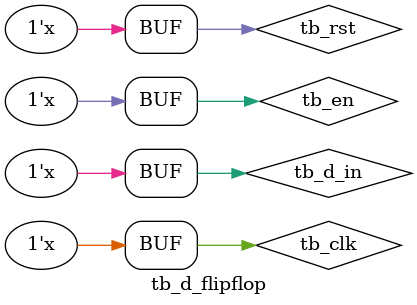
<source format=v>
`timescale 1ns / 1ps


module tb_d_flipflop(

    );
    reg tb_clk, tb_en, tb_rst, tb_d_in;
    wire tb_d_out;
    
    d_flipflop tb1 (
        .clk(tb_clk),
        .d_in(tb_d_in),
        .en(tb_en),
        .rst(tb_rst),
        .d_out(tb_d_out)
        );
        
    initial
    begin
        tb_clk  = 1'b0;
        tb_d_in = 1'b0;
        tb_rst  = 1'b0;
        tb_en   = 1'b1;
    
    end
    
    always #5 tb_clk = ~tb_clk;
    always #200 tb_en = ~tb_en;
    always #400 tb_rst = ~tb_rst;
    always #37 tb_d_in = ~tb_d_in;
endmodule

</source>
